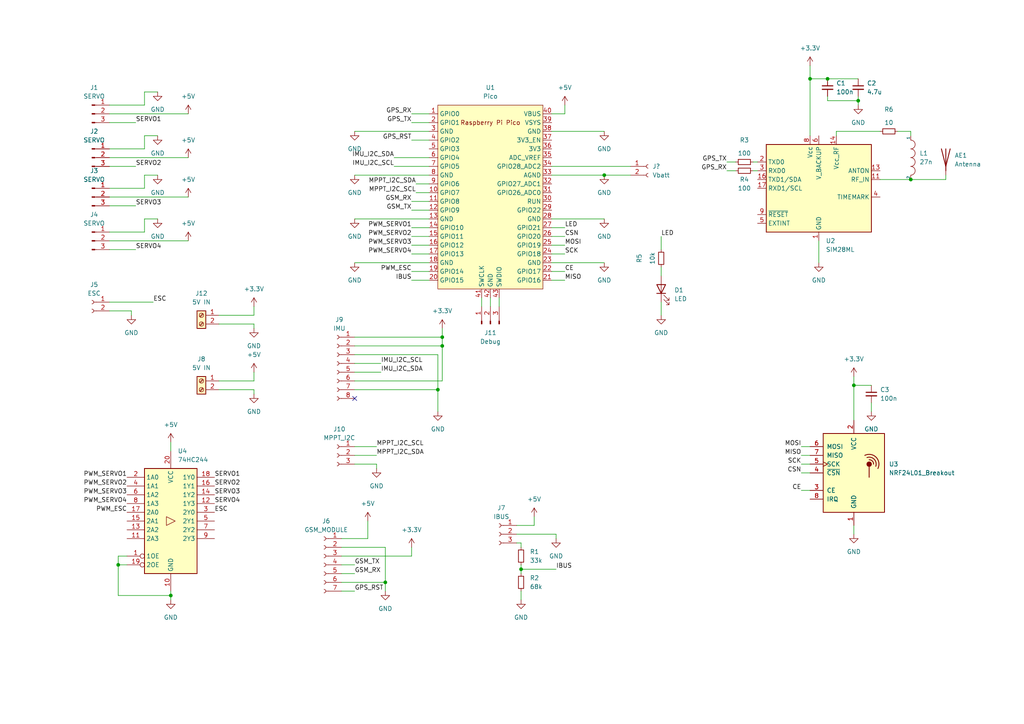
<source format=kicad_sch>
(kicad_sch (version 20211123) (generator eeschema)
  (paper "A4")
  (lib_symbols
    (symbol "74xx:74HC244"
      (property "Reference" "U" (at -7.62 16.51 0))
      (property "Value" "74HC244" (at -7.62 -16.51 0))
      (symbol "74HC244_1_0"
        (polyline (pts (xy 1.27 0) (xy -1.27 1.27) (xy -1.27 -1.27) (xy 1.27 0)) (stroke (width 0.1524)))
        (pin input inverted (at -12.7 -10.16 0) (length 5.08) (name "1OE") (number "1"))
        (pin power_in line (at 0 -20.32 90) (length 5.08) (name "GND") (number "10"))
        (pin input line (at -12.7 -5.08 0) (length 5.08) (name "2A3") (number "11"))
        (pin tri_state line (at 12.7 5.08 180) (length 5.08) (name "1Y3") (number "12"))
        (pin input line (at -12.7 -2.54 0) (length 5.08) (name "2A2") (number "13"))
        (pin tri_state line (at 12.7 7.62 180) (length 5.08) (name "1Y2") (number "14"))
        (pin input line (at -12.7 0 0) (length 5.08) (name "2A1") (number "15"))
        (pin tri_state line (at 12.7 10.16 180) (length 5.08) (name "1Y1") (number "16"))
        (pin input line (at -12.7 2.54 0) (length 5.08) (name "2A0") (number "17"))
        (pin tri_state line (at 12.7 12.7 180) (length 5.08) (name "1Y0") (number "18"))
        (pin input inverted (at -12.7 -12.7 0) (length 5.08) (name "2OE") (number "19"))
        (pin input line (at -12.7 12.7 0) (length 5.08) (name "1A0") (number "2"))
        (pin power_in line (at 0 20.32 270) (length 5.08) (name "VCC") (number "20"))
        (pin tri_state line (at 12.7 2.54 180) (length 5.08) (name "2Y0") (number "3"))
        (pin input line (at -12.7 10.16 0) (length 5.08) (name "1A1") (number "4"))
        (pin tri_state line (at 12.7 0 180) (length 5.08) (name "2Y1") (number "5"))
        (pin input line (at -12.7 7.62 0) (length 5.08) (name "1A2") (number "6"))
        (pin tri_state line (at 12.7 -2.54 180) (length 5.08) (name "2Y2") (number "7"))
        (pin input line (at -12.7 5.08 0) (length 5.08) (name "1A3") (number "8"))
        (pin tri_state line (at 12.7 -5.08 180) (length 5.08) (name "2Y3") (number "9"))
      )
      (symbol "74HC244_1_1"
        (rectangle (start -7.62 15.24) (end 7.62 -15.24) (stroke (width 0.254)) (fill (type background)))
      )
    )
    (symbol "Connector:Conn_01x02_Female" (pin_names (offset 1.016) hide)
      (property "Reference" "J" (at 0 2.54 0))
      (property "Value" "Conn_01x02_Female" (at 0 -5.08 0))
      (symbol "Conn_01x02_Female_1_1"
        (arc (start 0 -2.032) (mid -0.508 -2.54) (end 0 -3.048) (stroke (width 0.1524)))
        (polyline (pts (xy -1.27 -2.54) (xy -0.508 -2.54)) (stroke (width 0.1524)))
        (polyline (pts (xy -1.27 0) (xy -0.508 0)) (stroke (width 0.1524)))
        (arc (start 0 0.508) (mid -0.508 0) (end 0 -0.508) (stroke (width 0.1524)))
        (pin passive line (at -5.08 0 0) (length 3.81) (name "Pin_1") (number "1"))
        (pin passive line (at -5.08 -2.54 0) (length 3.81) (name "Pin_2") (number "2"))
      )
    )
    (symbol "Connector:Conn_01x03_Female" (pin_names (offset 1.016) hide)
      (property "Reference" "J" (at 0 5.08 0))
      (property "Value" "Conn_01x03_Female" (at 0 -5.08 0))
      (symbol "Conn_01x03_Female_1_1"
        (arc (start 0 -2.032) (mid -0.508 -2.54) (end 0 -3.048) (stroke (width 0.1524)))
        (polyline (pts (xy -1.27 -2.54) (xy -0.508 -2.54)) (stroke (width 0.1524)))
        (polyline (pts (xy -1.27 0) (xy -0.508 0)) (stroke (width 0.1524)))
        (polyline (pts (xy -1.27 2.54) (xy -0.508 2.54)) (stroke (width 0.1524)))
        (arc (start 0 0.508) (mid -0.508 0) (end 0 -0.508) (stroke (width 0.1524)))
        (arc (start 0 3.048) (mid -0.508 2.54) (end 0 2.032) (stroke (width 0.1524)))
        (pin passive line (at -5.08 2.54 0) (length 3.81) (name "Pin_1") (number "1"))
        (pin passive line (at -5.08 0 0) (length 3.81) (name "Pin_2") (number "2"))
        (pin passive line (at -5.08 -2.54 0) (length 3.81) (name "Pin_3") (number "3"))
      )
    )
    (symbol "Connector:Conn_01x03_Male" (pin_names (offset 1.016) hide)
      (property "Reference" "J" (at 0 5.08 0))
      (property "Value" "Conn_01x03_Male" (at 0 -5.08 0))
      (symbol "Conn_01x03_Male_1_1"
        (polyline (pts (xy 1.27 -2.54) (xy 0.8636 -2.54)) (stroke (width 0.1524)))
        (polyline (pts (xy 1.27 0) (xy 0.8636 0)) (stroke (width 0.1524)))
        (polyline (pts (xy 1.27 2.54) (xy 0.8636 2.54)) (stroke (width 0.1524)))
        (rectangle (start 0.8636 -2.413) (end 0 -2.667) (stroke (width 0.1524)) (fill (type outline)))
        (rectangle (start 0.8636 0.127) (end 0 -0.127) (stroke (width 0.1524)) (fill (type outline)))
        (rectangle (start 0.8636 2.667) (end 0 2.413) (stroke (width 0.1524)) (fill (type outline)))
        (pin passive line (at 5.08 2.54 180) (length 3.81) (name "Pin_1") (number "1"))
        (pin passive line (at 5.08 0 180) (length 3.81) (name "Pin_2") (number "2"))
        (pin passive line (at 5.08 -2.54 180) (length 3.81) (name "Pin_3") (number "3"))
      )
    )
    (symbol "Connector:Conn_01x07_Female" (pin_names (offset 1.016) hide)
      (property "Reference" "J" (at 0 10.16 0))
      (property "Value" "Conn_01x07_Female" (at 0 -10.16 0))
      (symbol "Conn_01x07_Female_1_1"
        (arc (start 0 -7.112) (mid -0.508 -7.62) (end 0 -8.128) (stroke (width 0.1524)))
        (arc (start 0 -4.572) (mid -0.508 -5.08) (end 0 -5.588) (stroke (width 0.1524)))
        (arc (start 0 -2.032) (mid -0.508 -2.54) (end 0 -3.048) (stroke (width 0.1524)))
        (polyline (pts (xy -1.27 -7.62) (xy -0.508 -7.62)) (stroke (width 0.1524)))
        (polyline (pts (xy -1.27 -5.08) (xy -0.508 -5.08)) (stroke (width 0.1524)))
        (polyline (pts (xy -1.27 -2.54) (xy -0.508 -2.54)) (stroke (width 0.1524)))
        (polyline (pts (xy -1.27 0) (xy -0.508 0)) (stroke (width 0.1524)))
        (polyline (pts (xy -1.27 2.54) (xy -0.508 2.54)) (stroke (width 0.1524)))
        (polyline (pts (xy -1.27 5.08) (xy -0.508 5.08)) (stroke (width 0.1524)))
        (polyline (pts (xy -1.27 7.62) (xy -0.508 7.62)) (stroke (width 0.1524)))
        (arc (start 0 0.508) (mid -0.508 0) (end 0 -0.508) (stroke (width 0.1524)))
        (arc (start 0 3.048) (mid -0.508 2.54) (end 0 2.032) (stroke (width 0.1524)))
        (arc (start 0 5.588) (mid -0.508 5.08) (end 0 4.572) (stroke (width 0.1524)))
        (arc (start 0 8.128) (mid -0.508 7.62) (end 0 7.112) (stroke (width 0.1524)))
        (pin passive line (at -5.08 7.62 0) (length 3.81) (name "Pin_1") (number "1"))
        (pin passive line (at -5.08 5.08 0) (length 3.81) (name "Pin_2") (number "2"))
        (pin passive line (at -5.08 2.54 0) (length 3.81) (name "Pin_3") (number "3"))
        (pin passive line (at -5.08 0 0) (length 3.81) (name "Pin_4") (number "4"))
        (pin passive line (at -5.08 -2.54 0) (length 3.81) (name "Pin_5") (number "5"))
        (pin passive line (at -5.08 -5.08 0) (length 3.81) (name "Pin_6") (number "6"))
        (pin passive line (at -5.08 -7.62 0) (length 3.81) (name "Pin_7") (number "7"))
      )
    )
    (symbol "Connector:Conn_01x08_Female" (pin_names (offset 1.016) hide)
      (property "Reference" "J" (at 0 10.16 0))
      (property "Value" "Conn_01x08_Female" (at 0 -12.7 0))
      (symbol "Conn_01x08_Female_1_1"
        (arc (start 0 -9.652) (mid -0.508 -10.16) (end 0 -10.668) (stroke (width 0.1524)))
        (arc (start 0 -7.112) (mid -0.508 -7.62) (end 0 -8.128) (stroke (width 0.1524)))
        (arc (start 0 -4.572) (mid -0.508 -5.08) (end 0 -5.588) (stroke (width 0.1524)))
        (arc (start 0 -2.032) (mid -0.508 -2.54) (end 0 -3.048) (stroke (width 0.1524)))
        (polyline (pts (xy -1.27 -10.16) (xy -0.508 -10.16)) (stroke (width 0.1524)))
        (polyline (pts (xy -1.27 -7.62) (xy -0.508 -7.62)) (stroke (width 0.1524)))
        (polyline (pts (xy -1.27 -5.08) (xy -0.508 -5.08)) (stroke (width 0.1524)))
        (polyline (pts (xy -1.27 -2.54) (xy -0.508 -2.54)) (stroke (width 0.1524)))
        (polyline (pts (xy -1.27 0) (xy -0.508 0)) (stroke (width 0.1524)))
        (polyline (pts (xy -1.27 2.54) (xy -0.508 2.54)) (stroke (width 0.1524)))
        (polyline (pts (xy -1.27 5.08) (xy -0.508 5.08)) (stroke (width 0.1524)))
        (polyline (pts (xy -1.27 7.62) (xy -0.508 7.62)) (stroke (width 0.1524)))
        (arc (start 0 0.508) (mid -0.508 0) (end 0 -0.508) (stroke (width 0.1524)))
        (arc (start 0 3.048) (mid -0.508 2.54) (end 0 2.032) (stroke (width 0.1524)))
        (arc (start 0 5.588) (mid -0.508 5.08) (end 0 4.572) (stroke (width 0.1524)))
        (arc (start 0 8.128) (mid -0.508 7.62) (end 0 7.112) (stroke (width 0.1524)))
        (pin passive line (at -5.08 7.62 0) (length 3.81) (name "Pin_1") (number "1"))
        (pin passive line (at -5.08 5.08 0) (length 3.81) (name "Pin_2") (number "2"))
        (pin passive line (at -5.08 2.54 0) (length 3.81) (name "Pin_3") (number "3"))
        (pin passive line (at -5.08 0 0) (length 3.81) (name "Pin_4") (number "4"))
        (pin passive line (at -5.08 -2.54 0) (length 3.81) (name "Pin_5") (number "5"))
        (pin passive line (at -5.08 -5.08 0) (length 3.81) (name "Pin_6") (number "6"))
        (pin passive line (at -5.08 -7.62 0) (length 3.81) (name "Pin_7") (number "7"))
        (pin passive line (at -5.08 -10.16 0) (length 3.81) (name "Pin_8") (number "8"))
      )
    )
    (symbol "Connector:Screw_Terminal_01x02" (pin_names (offset 1.016) hide)
      (property "Reference" "J" (at 0 2.54 0))
      (property "Value" "Screw_Terminal_01x02" (at 0 -5.08 0))
      (symbol "Screw_Terminal_01x02_1_1"
        (rectangle (start -1.27 1.27) (end 1.27 -3.81) (stroke (width 0.254)) (fill (type background)))
        (circle (center 0 -2.54) (radius 0.635) (stroke (width 0.1524)))
        (polyline (pts (xy -0.5334 -2.2098) (xy 0.3302 -3.048)) (stroke (width 0.1524)))
        (polyline (pts (xy -0.5334 0.3302) (xy 0.3302 -0.508)) (stroke (width 0.1524)))
        (polyline (pts (xy -0.3556 -2.032) (xy 0.508 -2.8702)) (stroke (width 0.1524)))
        (polyline (pts (xy -0.3556 0.508) (xy 0.508 -0.3302)) (stroke (width 0.1524)))
        (circle (center 0 0) (radius 0.635) (stroke (width 0.1524)))
        (pin passive line (at -5.08 0 0) (length 3.81) (name "Pin_1") (number "1"))
        (pin passive line (at -5.08 -2.54 0) (length 3.81) (name "Pin_2") (number "2"))
      )
    )
    (symbol "Device:Antenna" (pin_numbers hide) (pin_names (offset 1.016) hide)
      (property "Reference" "AE" (at -1.905 1.905 0))
      (property "Value" "Antenna" (at -1.905 0 0))
      (symbol "Antenna_0_1"
        (polyline (pts (xy 0 2.54) (xy 0 -3.81)) (stroke (width 0.254)))
        (polyline (pts (xy 1.27 2.54) (xy 0 -2.54) (xy -1.27 2.54)) (stroke (width 0.254)))
      )
      (symbol "Antenna_1_1"
        (pin input line (at 0 -5.08 90) (length 2.54) (name "A") (number "1"))
      )
    )
    (symbol "Device:C_Small" (pin_numbers hide) (pin_names (offset 0.254) hide)
      (property "Reference" "C" (at 0.254 1.778 0))
      (property "Value" "C_Small" (at 0.254 -2.032 0))
      (symbol "C_Small_0_1"
        (polyline (pts (xy -1.524 -0.508) (xy 1.524 -0.508)) (stroke (width 0.3302)))
        (polyline (pts (xy -1.524 0.508) (xy 1.524 0.508)) (stroke (width 0.3048)))
      )
      (symbol "C_Small_1_1"
        (pin passive line (at 0 2.54 270) (length 2.032) (name "~") (number "1"))
        (pin passive line (at 0 -2.54 90) (length 2.032) (name "~") (number "2"))
      )
    )
    (symbol "Device:LED" (pin_numbers hide) (pin_names (offset 1.016) hide)
      (property "Reference" "D" (at 0 2.54 0))
      (property "Value" "LED" (at 0 -2.54 0))
      (symbol "LED_0_1"
        (polyline (pts (xy -1.27 -1.27) (xy -1.27 1.27)) (stroke (width 0.254)))
        (polyline (pts (xy -1.27 0) (xy 1.27 0)))
        (polyline (pts (xy 1.27 -1.27) (xy 1.27 1.27) (xy -1.27 0) (xy 1.27 -1.27)) (stroke (width 0.254)))
        (polyline (pts (xy -3.048 -0.762) (xy -4.572 -2.286) (xy -3.81 -2.286) (xy -4.572 -2.286) (xy -4.572 -1.524)))
        (polyline (pts (xy -1.778 -0.762) (xy -3.302 -2.286) (xy -2.54 -2.286) (xy -3.302 -2.286) (xy -3.302 -1.524)))
      )
      (symbol "LED_1_1"
        (pin passive line (at -3.81 0 0) (length 2.54) (name "K") (number "1"))
        (pin passive line (at 3.81 0 180) (length 2.54) (name "A") (number "2"))
      )
    )
    (symbol "Device:R_Small" (pin_numbers hide) (pin_names (offset 0.254) hide)
      (property "Reference" "R" (at 0.762 0.508 0))
      (property "Value" "R_Small" (at 0.762 -1.016 0))
      (symbol "R_Small_0_1"
        (rectangle (start -0.762 1.778) (end 0.762 -1.778) (stroke (width 0.2032)))
      )
      (symbol "R_Small_1_1"
        (pin passive line (at 0 2.54 270) (length 0.762) (name "~") (number "1"))
        (pin passive line (at 0 -2.54 90) (length 0.762) (name "~") (number "2"))
      )
    )
    (symbol "MCU_RaspberryPi_and_Boards:Pico"
      (property "Reference" "U" (at -13.97 27.94 0))
      (property "Value" "Pico" (at 0 19.05 0))
      (symbol "Pico_0_0"
        (text "Raspberry Pi Pico" (at 0 21.59 0) (effects (font (size 1.27 1.27))))
      )
      (symbol "Pico_0_1"
        (rectangle (start -15.24 26.67) (end 15.24 -26.67) (fill (type background)))
      )
      (symbol "Pico_1_1"
        (pin bidirectional line (at -17.78 24.13 0) (length 2.54) (name "GPIO0") (number "1"))
        (pin bidirectional line (at -17.78 1.27 0) (length 2.54) (name "GPIO7") (number "10"))
        (pin bidirectional line (at -17.78 -1.27 0) (length 2.54) (name "GPIO8") (number "11"))
        (pin bidirectional line (at -17.78 -3.81 0) (length 2.54) (name "GPIO9") (number "12"))
        (pin power_in line (at -17.78 -6.35 0) (length 2.54) (name "GND") (number "13"))
        (pin bidirectional line (at -17.78 -8.89 0) (length 2.54) (name "GPIO10") (number "14"))
        (pin bidirectional line (at -17.78 -11.43 0) (length 2.54) (name "GPIO11") (number "15"))
        (pin bidirectional line (at -17.78 -13.97 0) (length 2.54) (name "GPIO12") (number "16"))
        (pin bidirectional line (at -17.78 -16.51 0) (length 2.54) (name "GPIO13") (number "17"))
        (pin power_in line (at -17.78 -19.05 0) (length 2.54) (name "GND") (number "18"))
        (pin bidirectional line (at -17.78 -21.59 0) (length 2.54) (name "GPIO14") (number "19"))
        (pin bidirectional line (at -17.78 21.59 0) (length 2.54) (name "GPIO1") (number "2"))
        (pin bidirectional line (at -17.78 -24.13 0) (length 2.54) (name "GPIO15") (number "20"))
        (pin bidirectional line (at 17.78 -24.13 180) (length 2.54) (name "GPIO16") (number "21"))
        (pin bidirectional line (at 17.78 -21.59 180) (length 2.54) (name "GPIO17") (number "22"))
        (pin power_in line (at 17.78 -19.05 180) (length 2.54) (name "GND") (number "23"))
        (pin bidirectional line (at 17.78 -16.51 180) (length 2.54) (name "GPIO18") (number "24"))
        (pin bidirectional line (at 17.78 -13.97 180) (length 2.54) (name "GPIO19") (number "25"))
        (pin bidirectional line (at 17.78 -11.43 180) (length 2.54) (name "GPIO20") (number "26"))
        (pin bidirectional line (at 17.78 -8.89 180) (length 2.54) (name "GPIO21") (number "27"))
        (pin power_in line (at 17.78 -6.35 180) (length 2.54) (name "GND") (number "28"))
        (pin bidirectional line (at 17.78 -3.81 180) (length 2.54) (name "GPIO22") (number "29"))
        (pin power_in line (at -17.78 19.05 0) (length 2.54) (name "GND") (number "3"))
        (pin input line (at 17.78 -1.27 180) (length 2.54) (name "RUN") (number "30"))
        (pin bidirectional line (at 17.78 1.27 180) (length 2.54) (name "GPIO26_ADC0") (number "31"))
        (pin bidirectional line (at 17.78 3.81 180) (length 2.54) (name "GPIO27_ADC1") (number "32"))
        (pin power_in line (at 17.78 6.35 180) (length 2.54) (name "AGND") (number "33"))
        (pin bidirectional line (at 17.78 8.89 180) (length 2.54) (name "GPIO28_ADC2") (number "34"))
        (pin power_in line (at 17.78 11.43 180) (length 2.54) (name "ADC_VREF") (number "35"))
        (pin power_in line (at 17.78 13.97 180) (length 2.54) (name "3V3") (number "36"))
        (pin input line (at 17.78 16.51 180) (length 2.54) (name "3V3_EN") (number "37"))
        (pin bidirectional line (at 17.78 19.05 180) (length 2.54) (name "GND") (number "38"))
        (pin power_in line (at 17.78 21.59 180) (length 2.54) (name "VSYS") (number "39"))
        (pin bidirectional line (at -17.78 16.51 0) (length 2.54) (name "GPIO2") (number "4"))
        (pin power_in line (at 17.78 24.13 180) (length 2.54) (name "VBUS") (number "40"))
        (pin input line (at -2.54 -29.21 90) (length 2.54) (name "SWCLK") (number "41"))
        (pin power_in line (at 0 -29.21 90) (length 2.54) (name "GND") (number "42"))
        (pin bidirectional line (at 2.54 -29.21 90) (length 2.54) (name "SWDIO") (number "43"))
        (pin bidirectional line (at -17.78 13.97 0) (length 2.54) (name "GPIO3") (number "5"))
        (pin bidirectional line (at -17.78 11.43 0) (length 2.54) (name "GPIO4") (number "6"))
        (pin bidirectional line (at -17.78 8.89 0) (length 2.54) (name "GPIO5") (number "7"))
        (pin power_in line (at -17.78 6.35 0) (length 2.54) (name "GND") (number "8"))
        (pin bidirectional line (at -17.78 3.81 0) (length 2.54) (name "GPIO6") (number "9"))
      )
    )
    (symbol "RF:NRF24L01_Breakout" (pin_names (offset 1.016))
      (property "Reference" "U" (at -8.89 12.7 0))
      (property "Value" "NRF24L01_Breakout" (at 3.81 12.7 0))
      (symbol "NRF24L01_Breakout_0_1"
        (rectangle (start -8.89 11.43) (end 8.89 -11.43) (stroke (width 0.254)) (fill (type background)))
        (polyline (pts (xy 4.445 1.905) (xy 4.445 -1.27)) (stroke (width 0.254)))
        (circle (center 4.445 2.54) (radius 0.635) (stroke (width 0.254)) (fill (type outline)))
        (arc (start 5.715 2.54) (mid 5.3521 3.4546) (end 4.445 3.81) (stroke (width 0.254)))
        (arc (start 6.35 1.905) (mid 5.8763 3.9854) (end 3.81 4.445) (stroke (width 0.254)))
        (arc (start 6.985 1.27) (mid 6.453 4.548) (end 3.175 5.08) (stroke (width 0.254)))
      )
      (symbol "NRF24L01_Breakout_1_1"
        (pin power_in line (at 0 -15.24 90) (length 3.81) (name "GND") (number "1"))
        (pin power_in line (at 0 15.24 270) (length 3.81) (name "VCC") (number "2"))
        (pin input line (at -12.7 -5.08 0) (length 3.81) (name "CE") (number "3"))
        (pin input line (at -12.7 0 0) (length 3.81) (name "~{CSN}") (number "4"))
        (pin input clock (at -12.7 2.54 0) (length 3.81) (name "SCK") (number "5"))
        (pin input line (at -12.7 7.62 0) (length 3.81) (name "MOSI") (number "6"))
        (pin output line (at -12.7 5.08 0) (length 3.81) (name "MISO") (number "7"))
        (pin output line (at -12.7 -7.62 0) (length 3.81) (name "IRQ") (number "8"))
      )
    )
    (symbol "RF_GPS:SIM28ML"
      (property "Reference" "U" (at -13.97 13.97 0))
      (property "Value" "SIM28ML" (at 11.43 13.97 0))
      (symbol "SIM28ML_0_1"
        (rectangle (start -15.24 12.7) (end 15.24 -12.7) (stroke (width 0.254)) (fill (type background)))
      )
      (symbol "SIM28ML_1_1"
        (pin power_in line (at 0 -15.24 90) (length 2.54) (name "GND") (number "1"))
        (pin passive line (at 0 -15.24 90) (length 2.54) hide (name "GND") (number "10"))
        (pin input line (at 17.78 2.54 180) (length 2.54) (name "RF_IN") (number "11"))
        (pin passive line (at 0 -15.24 90) (length 2.54) hide (name "GND") (number "12"))
        (pin power_out line (at 17.78 5.08 180) (length 2.54) (name "ANTON") (number "13"))
        (pin power_out line (at 5.08 15.24 270) (length 2.54) (name "Vcc_RF") (number "14"))
        (pin no_connect line (at 15.24 -7.62 180) (length 2.54) hide (name "NC") (number "15"))
        (pin bidirectional line (at -17.78 2.54 0) (length 2.54) (name "TXD1/SDA") (number "16"))
        (pin input line (at -17.78 0 0) (length 2.54) (name "RXD1/SCL") (number "17"))
        (pin no_connect line (at 15.24 -10.16 180) (length 2.54) hide (name "NC") (number "18"))
        (pin output line (at -17.78 7.62 0) (length 2.54) (name "TXD0") (number "2"))
        (pin input line (at -17.78 5.08 0) (length 2.54) (name "RXD0") (number "3"))
        (pin output line (at 17.78 -2.54 180) (length 2.54) (name "TIMEMARK") (number "4"))
        (pin input line (at -17.78 -10.16 0) (length 2.54) (name "EXTINT") (number "5"))
        (pin power_in line (at 0 15.24 270) (length 2.54) (name "V_BACKUP") (number "6"))
        (pin no_connect line (at 15.24 -5.08 180) (length 2.54) hide (name "NC") (number "7"))
        (pin power_in line (at -2.54 15.24 270) (length 2.54) (name "Vcc") (number "8"))
        (pin input line (at -17.78 -7.62 0) (length 2.54) (name "~{RESET}") (number "9"))
      )
    )
    (symbol "power:+3.3V" (power) (pin_names (offset 0))
      (property "Value" "+3.3V" (at 0 3.556 0))
      (symbol "+3.3V_0_1"
        (polyline (pts (xy -0.762 1.27) (xy 0 2.54)))
        (polyline (pts (xy 0 0) (xy 0 2.54)))
        (polyline (pts (xy 0 2.54) (xy 0.762 1.27)))
      )
      (symbol "+3.3V_1_1"
        (pin power_in line (at 0 0 90) (length 0) hide (name "+3.3V") (number "1"))
      )
    )
    (symbol "power:+5V" (power) (pin_names (offset 0))
      (property "Value" "+5V" (at 0 3.556 0))
      (symbol "+5V_0_1"
        (polyline (pts (xy -0.762 1.27) (xy 0 2.54)))
        (polyline (pts (xy 0 0) (xy 0 2.54)))
        (polyline (pts (xy 0 2.54) (xy 0.762 1.27)))
      )
      (symbol "+5V_1_1"
        (pin power_in line (at 0 0 90) (length 0) hide (name "+5V") (number "1"))
      )
    )
    (symbol "power:GND" (power) (pin_names (offset 0))
      (property "Value" "GND" (at 0 -3.81 0))
      (symbol "GND_0_1"
        (polyline (pts (xy 0 0) (xy 0 -1.27) (xy 1.27 -1.27) (xy 0 -2.54) (xy -1.27 -1.27) (xy 0 -1.27)))
      )
      (symbol "GND_1_1"
        (pin power_in line (at 0 0 270) (length 0) hide (name "GND") (number "1"))
      )
    )
    (symbol "pspice:INDUCTOR" (pin_numbers hide) (pin_names (offset 0))
      (property "Reference" "L" (at 0 2.54 0))
      (property "Value" "INDUCTOR" (at 0 -1.27 0))
      (symbol "INDUCTOR_0_1"
        (arc (start -2.54 0) (mid -3.81 1.27) (end -5.08 0))
        (arc (start 0 0) (mid -1.27 1.27) (end -2.54 0))
        (arc (start 2.54 0) (mid 1.27 1.27) (end 0 0))
        (arc (start 5.08 0) (mid 3.81 1.27) (end 2.54 0))
      )
      (symbol "INDUCTOR_1_1"
        (pin input line (at -6.35 0 0) (length 1.27) (name "1") (number "1"))
        (pin input line (at 6.35 0 180) (length 1.27) (name "2") (number "2"))
      )
    )
  )
  (junction (at 264.16 52.07))
  (junction (at 240.03 22.86))
  (junction (at 127 113.03))
  (junction (at 248.92 29.21))
  (junction (at 128.27 100.33))
  (junction (at 49.53 172.72))
  (junction (at 234.95 22.86))
  (junction (at 151.13 165.1))
  (junction (at 247.65 111.76))
  (junction (at 34.29 163.83))
  (junction (at 175.26 50.8))
  (junction (at 128.27 97.79))
  (junction (at 111.76 168.91))
  (no_connect (at 102.87 115.57))
  (wire (pts (xy 102.87 132.08) (xy 109.22 132.08)))
  (wire (pts (xy 127 119.38) (xy 127 113.03)))
  (wire (pts (xy 99.06 158.75) (xy 111.76 158.75)))
  (wire (pts (xy 160.02 76.2) (xy 175.26 76.2)))
  (wire (pts (xy 163.83 30.48) (xy 163.83 33.02)))
  (wire (pts (xy 128.27 95.25) (xy 128.27 97.79)))
  (wire (pts (xy 49.53 172.72) (xy 49.53 173.99)))
  (wire (pts (xy 41.91 26.67) (xy 45.72 26.67)))
  (wire (pts (xy 34.29 163.83) (xy 34.29 172.72)))
  (wire (pts (xy 111.76 158.75) (xy 111.76 168.91)))
  (wire (pts (xy 210.82 46.99) (xy 213.36 46.99)))
  (wire (pts (xy 102.87 100.33) (xy 128.27 100.33)))
  (wire (pts (xy 34.29 163.83) (xy 36.83 163.83)))
  (wire (pts (xy 31.75 30.48) (xy 41.91 30.48)))
  (wire (pts (xy 102.87 129.54) (xy 109.22 129.54)))
  (wire (pts (xy 151.13 165.1) (xy 151.13 166.37)))
  (wire (pts (xy 102.87 110.49) (xy 128.27 110.49)))
  (wire (pts (xy 247.65 152.4) (xy 247.65 154.94)))
  (wire (pts (xy 119.38 40.64) (xy 124.46 40.64)))
  (wire (pts (xy 31.75 48.26) (xy 39.37 48.26)))
  (wire (pts (xy 144.78 86.36) (xy 144.78 88.9)))
  (wire (pts (xy 34.29 172.72) (xy 49.53 172.72)))
  (wire (pts (xy 264.16 52.07) (xy 274.32 52.07)))
  (wire (pts (xy 49.53 128.27) (xy 49.53 130.81)))
  (wire (pts (xy 247.65 111.76) (xy 247.65 109.22)))
  (wire (pts (xy 160.02 63.5) (xy 175.26 63.5)))
  (wire (pts (xy 120.65 53.34) (xy 124.46 53.34)))
  (wire (pts (xy 120.65 55.88) (xy 124.46 55.88)))
  (wire (pts (xy 232.41 129.54) (xy 234.95 129.54)))
  (wire (pts (xy 119.38 73.66) (xy 124.46 73.66)))
  (wire (pts (xy 151.13 171.45) (xy 151.13 173.99)))
  (wire (pts (xy 161.29 156.21) (xy 161.29 154.94)))
  (wire (pts (xy 31.75 67.31) (xy 41.91 67.31)))
  (wire (pts (xy 124.46 78.74) (xy 119.38 78.74)))
  (wire (pts (xy 31.75 59.69) (xy 39.37 59.69)))
  (wire (pts (xy 119.38 58.42) (xy 124.46 58.42)))
  (wire (pts (xy 175.26 50.8) (xy 182.88 50.8)))
  (wire (pts (xy 63.5 91.44) (xy 73.66 91.44)))
  (wire (pts (xy 234.95 22.86) (xy 234.95 39.37)))
  (wire (pts (xy 128.27 100.33) (xy 128.27 110.49)))
  (wire (pts (xy 102.87 107.95) (xy 110.49 107.95)))
  (wire (pts (xy 242.57 38.1) (xy 255.27 38.1)))
  (wire (pts (xy 128.27 97.79) (xy 128.27 100.33)))
  (wire (pts (xy 151.13 165.1) (xy 161.29 165.1)))
  (wire (pts (xy 160.02 66.04) (xy 163.83 66.04)))
  (wire (pts (xy 160.02 73.66) (xy 163.83 73.66)))
  (wire (pts (xy 191.77 87.63) (xy 191.77 91.44)))
  (wire (pts (xy 106.68 156.21) (xy 99.06 156.21)))
  (wire (pts (xy 139.7 86.36) (xy 139.7 88.9)))
  (wire (pts (xy 264.16 38.1) (xy 264.16 39.37)))
  (wire (pts (xy 102.87 76.2) (xy 124.46 76.2)))
  (wire (pts (xy 31.75 87.63) (xy 44.45 87.63)))
  (wire (pts (xy 31.75 35.56) (xy 39.37 35.56)))
  (wire (pts (xy 248.92 30.48) (xy 248.92 29.21)))
  (wire (pts (xy 142.24 86.36) (xy 142.24 88.9)))
  (wire (pts (xy 218.44 46.99) (xy 219.71 46.99)))
  (wire (pts (xy 232.41 132.08) (xy 234.95 132.08)))
  (wire (pts (xy 255.27 52.07) (xy 264.16 52.07)))
  (wire (pts (xy 73.66 114.3) (xy 73.66 113.03)))
  (wire (pts (xy 232.41 134.62) (xy 234.95 134.62)))
  (wire (pts (xy 232.41 142.24) (xy 234.95 142.24)))
  (wire (pts (xy 31.75 69.85) (xy 54.61 69.85)))
  (wire (pts (xy 247.65 111.76) (xy 247.65 121.92)))
  (wire (pts (xy 99.06 161.29) (xy 119.38 161.29)))
  (wire (pts (xy 119.38 35.56) (xy 124.46 35.56)))
  (wire (pts (xy 191.77 68.58) (xy 191.77 72.39)))
  (wire (pts (xy 102.87 105.41) (xy 110.49 105.41)))
  (wire (pts (xy 252.73 111.76) (xy 247.65 111.76)))
  (wire (pts (xy 160.02 81.28) (xy 163.83 81.28)))
  (wire (pts (xy 106.68 151.13) (xy 106.68 156.21)))
  (wire (pts (xy 41.91 39.37) (xy 45.72 39.37)))
  (wire (pts (xy 149.86 157.48) (xy 151.13 157.48)))
  (wire (pts (xy 160.02 38.1) (xy 175.26 38.1)))
  (wire (pts (xy 99.06 166.37) (xy 102.87 166.37)))
  (wire (pts (xy 160.02 68.58) (xy 163.83 68.58)))
  (wire (pts (xy 218.44 49.53) (xy 219.71 49.53)))
  (wire (pts (xy 242.57 38.1) (xy 242.57 39.37)))
  (wire (pts (xy 127 113.03) (xy 127 102.87)))
  (wire (pts (xy 232.41 137.16) (xy 234.95 137.16)))
  (wire (pts (xy 210.82 49.53) (xy 213.36 49.53)))
  (wire (pts (xy 151.13 163.83) (xy 151.13 165.1)))
  (wire (pts (xy 114.3 48.26) (xy 124.46 48.26)))
  (wire (pts (xy 63.5 113.03) (xy 73.66 113.03)))
  (wire (pts (xy 102.87 50.8) (xy 124.46 50.8)))
  (wire (pts (xy 119.38 66.04) (xy 124.46 66.04)))
  (wire (pts (xy 119.38 81.28) (xy 124.46 81.28)))
  (wire (pts (xy 237.49 69.85) (xy 237.49 76.2)))
  (wire (pts (xy 260.35 38.1) (xy 264.16 38.1)))
  (wire (pts (xy 63.5 93.98) (xy 73.66 93.98)))
  (wire (pts (xy 36.83 161.29) (xy 34.29 161.29)))
  (wire (pts (xy 252.73 116.84) (xy 252.73 119.38)))
  (wire (pts (xy 151.13 157.48) (xy 151.13 158.75)))
  (wire (pts (xy 119.38 68.58) (xy 124.46 68.58)))
  (wire (pts (xy 248.92 29.21) (xy 248.92 27.94)))
  (wire (pts (xy 240.03 22.86) (xy 248.92 22.86)))
  (wire (pts (xy 41.91 30.48) (xy 41.91 26.67)))
  (wire (pts (xy 41.91 50.8) (xy 45.72 50.8)))
  (wire (pts (xy 99.06 163.83) (xy 102.87 163.83)))
  (wire (pts (xy 274.32 50.8) (xy 274.32 52.07)))
  (wire (pts (xy 119.38 158.75) (xy 119.38 161.29)))
  (wire (pts (xy 119.38 33.02) (xy 124.46 33.02)))
  (wire (pts (xy 31.75 45.72) (xy 54.61 45.72)))
  (wire (pts (xy 31.75 43.18) (xy 41.91 43.18)))
  (wire (pts (xy 160.02 71.12) (xy 163.83 71.12)))
  (wire (pts (xy 119.38 71.12) (xy 124.46 71.12)))
  (wire (pts (xy 31.75 54.61) (xy 41.91 54.61)))
  (wire (pts (xy 102.87 97.79) (xy 128.27 97.79)))
  (wire (pts (xy 102.87 102.87) (xy 127 102.87)))
  (wire (pts (xy 102.87 38.1) (xy 124.46 38.1)))
  (wire (pts (xy 73.66 107.95) (xy 73.66 110.49)))
  (wire (pts (xy 149.86 154.94) (xy 161.29 154.94)))
  (wire (pts (xy 38.1 91.44) (xy 38.1 90.17)))
  (wire (pts (xy 154.94 152.4) (xy 149.86 152.4)))
  (wire (pts (xy 124.46 63.5) (xy 102.87 63.5)))
  (wire (pts (xy 234.95 19.05) (xy 234.95 22.86)))
  (wire (pts (xy 73.66 95.25) (xy 73.66 93.98)))
  (wire (pts (xy 41.91 63.5) (xy 45.72 63.5)))
  (wire (pts (xy 63.5 110.49) (xy 73.66 110.49)))
  (wire (pts (xy 160.02 48.26) (xy 182.88 48.26)))
  (wire (pts (xy 41.91 54.61) (xy 41.91 50.8)))
  (wire (pts (xy 109.22 134.62) (xy 102.87 134.62)))
  (wire (pts (xy 31.75 57.15) (xy 54.61 57.15)))
  (wire (pts (xy 111.76 168.91) (xy 111.76 171.45)))
  (wire (pts (xy 73.66 88.9) (xy 73.66 91.44)))
  (wire (pts (xy 191.77 77.47) (xy 191.77 80.01)))
  (wire (pts (xy 160.02 78.74) (xy 163.83 78.74)))
  (wire (pts (xy 160.02 33.02) (xy 163.83 33.02)))
  (wire (pts (xy 31.75 72.39) (xy 39.37 72.39)))
  (wire (pts (xy 31.75 33.02) (xy 54.61 33.02)))
  (wire (pts (xy 109.22 135.89) (xy 109.22 134.62)))
  (wire (pts (xy 160.02 50.8) (xy 175.26 50.8)))
  (wire (pts (xy 240.03 27.94) (xy 240.03 29.21)))
  (wire (pts (xy 49.53 171.45) (xy 49.53 172.72)))
  (wire (pts (xy 41.91 67.31) (xy 41.91 63.5)))
  (wire (pts (xy 240.03 29.21) (xy 248.92 29.21)))
  (wire (pts (xy 99.06 168.91) (xy 111.76 168.91)))
  (wire (pts (xy 234.95 22.86) (xy 240.03 22.86)))
  (wire (pts (xy 34.29 161.29) (xy 34.29 163.83)))
  (wire (pts (xy 154.94 149.86) (xy 154.94 152.4)))
  (wire (pts (xy 119.38 60.96) (xy 124.46 60.96)))
  (wire (pts (xy 99.06 171.45) (xy 102.87 171.45)))
  (wire (pts (xy 41.91 43.18) (xy 41.91 39.37)))
  (wire (pts (xy 102.87 113.03) (xy 127 113.03)))
  (wire (pts (xy 114.3 45.72) (xy 124.46 45.72)))
  (wire (pts (xy 38.1 90.17) (xy 31.75 90.17)))
  (label "SERVO2" (at 62.23 140.97 0))
  (label "SCK" (at 232.41 134.62 180))
  (label "PWM_ESC" (at 119.38 78.74 180))
  (label "IMU_I2C_SCL" (at 114.3 48.26 180))
  (label "SERVO3" (at 62.23 143.51 0))
  (label "CE" (at 163.83 78.74 0))
  (label "PWM_ESC" (at 36.83 148.59 180))
  (label "SERVO1" (at 39.37 35.56 0))
  (label "MPPT_I2C_SCL" (at 109.22 129.54 0))
  (label "GPS_RX" (at 119.38 33.02 180))
  (label "PWM_SERVO4" (at 119.38 73.66 180))
  (label "GSM_RX" (at 119.38 58.42 180))
  (label "GSM_TX" (at 102.87 163.83 0))
  (label "ESC" (at 44.45 87.63 0))
  (label "MISO" (at 232.41 132.08 180))
  (label "PWM_SERVO3" (at 119.38 71.12 180))
  (label "PWM_SERVO2" (at 36.83 140.97 180))
  (label "SCK" (at 163.83 73.66 0))
  (label "ESC" (at 62.23 148.59 0))
  (label "IBUS" (at 161.29 165.1 0))
  (label "SERVO4" (at 39.37 72.39 0))
  (label "GSM_RX" (at 102.87 166.37 0))
  (label "PWM_SERVO3" (at 36.83 143.51 180))
  (label "GSM_TX" (at 119.38 60.96 180))
  (label "MOSI" (at 232.41 129.54 180))
  (label "GPS_TX" (at 210.82 46.99 180))
  (label "LED" (at 163.83 66.04 0))
  (label "SERVO2" (at 39.37 48.26 0))
  (label "SERVO4" (at 62.23 146.05 0))
  (label "CSN" (at 163.83 68.58 0))
  (label "MPPT_I2C_SDA" (at 120.65 53.34 180))
  (label "PWM_SERVO2" (at 119.38 68.58 180))
  (label "GPS_TX" (at 119.38 35.56 180))
  (label "IMU_I2C_SDA" (at 114.3 45.72 180))
  (label "GPS_RST" (at 102.87 171.45 0))
  (label "CSN" (at 232.41 137.16 180))
  (label "LED" (at 191.77 68.58 0))
  (label "IMU_I2C_SCL" (at 110.49 105.41 0))
  (label "MPPT_I2C_SCL" (at 120.65 55.88 180))
  (label "MOSI" (at 163.83 71.12 0))
  (label "IBUS" (at 119.38 81.28 180))
  (label "SERVO1" (at 62.23 138.43 0))
  (label "GPS_RX" (at 210.82 49.53 180))
  (label "GPS_RST" (at 119.38 40.64 180))
  (label "PWM_SERVO4" (at 36.83 146.05 180))
  (label "PWM_SERVO1" (at 36.83 138.43 180))
  (label "CE" (at 232.41 142.24 180))
  (label "MPPT_I2C_SDA" (at 109.22 132.08 0))
  (label "SERVO3" (at 39.37 59.69 0))
  (label "IMU_I2C_SDA" (at 110.49 107.95 0))
  (label "MISO" (at 163.83 81.28 0))
  (label "PWM_SERVO1" (at 119.38 66.04 180))
  (symbol (lib_id "pspice:INDUCTOR") (at 264.16 45.72 270) (unit 1)
    (property "Reference" "L1" (at 266.7 44.4499 90) (effects (justify left)))
    (property "Value" "27n" (at 266.7 46.9899 90) (effects (justify left)))
    (property "Footprint" "Inductor_SMD:L_1210_3225Metric_Pad1.42x2.65mm_HandSolder" (effects hide))
    (property "Datasheet" "https://www.tme.eu/pl/details/1210as-027j-01/dlawiki-smd-1210/fastron/" (effects hide))
  )
  (symbol (lib_id "power:+5V") (at 73.66 107.95 0) (unit 1)
    (property "Reference" "#PWR020" (effects hide))
    (property "Value" "+5V" (at 73.66 102.87 0))
  )
  (symbol (lib_id "Connector:Screw_Terminal_01x02") (at 58.42 110.49 0) (mirror y) (unit 1)
    (property "Reference" "J8" (at 58.42 104.14 0))
    (property "Value" "5V IN" (at 58.42 106.68 0))
    (property "Footprint" "moje:ARK" (effects hide))
    (property "Datasheet" "https://www.tme.eu/pl/details/tb-5.0-p-2p/listwy-zaciskowe-do-druku/ninigi/" (effects hide))
  )
  (symbol (lib_id "Device:R_Small") (at 191.77 74.93 180) (unit 1)
    (property "Reference" "R5" (at 185.42 74.93 90))
    (property "Value" "10k" (at 189.23 74.93 90))
    (property "Footprint" "Resistor_SMD:R_1206_3216Metric_Pad1.30x1.75mm_HandSolder" (effects hide))
    (property "Datasheet" "https://www.tme.eu/pl/details/wr12x1002ftl/rezystory-smd-1206/walsin/" (effects hide))
  )
  (symbol (lib_id "power:+3.3V") (at 234.95 19.05 0) (unit 1)
    (property "Reference" "#PWR027" (effects hide))
    (property "Value" "+3.3V" (at 234.95 13.97 0))
  )
  (symbol (lib_id "Connector:Conn_01x07_Female") (at 93.98 163.83 0) (mirror y) (unit 1)
    (property "Reference" "J6" (at 94.615 151.13 0))
    (property "Value" "GSM_MODULE" (at 94.615 153.67 0))
    (property "Footprint" "Connector_PinHeader_2.54mm:PinHeader_1x07_P2.54mm_Vertical" (effects hide))
  )
  (symbol (lib_id "power:GND") (at 175.26 50.8 0) (unit 1)
    (property "Reference" "#PWR024" (effects hide))
    (property "Value" "GND" (at 175.26 55.88 0))
  )
  (symbol (lib_id "power:+5V") (at 106.68 151.13 0) (unit 1)
    (property "Reference" "#PWR012" (effects hide))
    (property "Value" "+5V" (at 106.68 146.05 0))
  )
  (symbol (lib_id "power:GND") (at 102.87 76.2 0) (unit 1)
    (property "Reference" "#PWR019" (effects hide))
    (property "Value" "GND" (at 102.87 81.28 0))
  )
  (symbol (lib_id "Device:R_Small") (at 151.13 161.29 0) (unit 1)
    (property "Reference" "R1" (at 153.67 160.0199 0) (effects (justify left)))
    (property "Value" "33k" (at 153.67 162.5599 0) (effects (justify left)))
    (property "Footprint" "Resistor_SMD:R_1206_3216Metric_Pad1.30x1.75mm_HandSolder" (effects hide))
    (property "Datasheet" "https://www.tme.eu/pl/details/smd1206-33k/rezystory-smd-1206/royal-ohm/1206s4j0333t5e/" (effects hide))
  )
  (symbol (lib_id "Connector:Conn_01x08_Female") (at 97.79 105.41 0) (mirror y) (unit 1)
    (property "Reference" "J9" (at 98.425 92.71 0))
    (property "Value" "IMU" (at 98.425 95.25 0))
    (property "Footprint" "Connector_PinHeader_2.54mm:PinHeader_1x08_P2.54mm_Vertical" (effects hide))
    (property "Datasheet" "https://www.tme.eu/pl/details/oky3259-3/czujniki-polozenia/okystar/" (effects hide))
  )
  (symbol (lib_id "power:GND") (at 252.73 119.38 0) (unit 1)
    (property "Reference" "#PWR032" (effects hide))
    (property "Value" "GND" (at 252.73 124.46 0))
  )
  (symbol (lib_id "Device:Antenna") (at 274.32 45.72 0) (unit 1)
    (property "Reference" "AE1" (at 276.86 45.0849 0) (effects (justify left)))
    (property "Value" "Antenna" (at 276.86 47.6249 0) (effects (justify left)))
    (property "Footprint" "Connector_PinHeader_2.54mm:PinHeader_1x01_P2.54mm_Vertical" (effects hide))
    (property "Datasheet" "https://www.tme.eu/pl/details/gps-ant050-7/anteny-gps/sr-passives/gps-ant050/" (effects hide))
  )
  (symbol (lib_id "power:GND") (at 38.1 91.44 0) (unit 1)
    (property "Reference" "#PWR01" (effects hide))
    (property "Value" "GND" (at 38.1 96.52 0))
  )
  (symbol (lib_id "Connector:Conn_01x02_Female") (at 26.67 87.63 0) (mirror y) (unit 1)
    (property "Reference" "J5" (at 27.305 82.55 0))
    (property "Value" "ESC" (at 27.305 85.09 0))
    (property "Footprint" "Connector_PinHeader_2.54mm:PinHeader_1x02_P2.54mm_Vertical" (effects hide))
  )
  (symbol (lib_id "power:GND") (at 73.66 95.25 0) (unit 1)
    (property "Reference" "#PWR0101" (effects hide))
    (property "Value" "GND" (at 73.66 100.33 0))
  )
  (symbol (lib_id "power:GND") (at 175.26 76.2 0) (unit 1)
    (property "Reference" "#PWR026" (effects hide))
    (property "Value" "GND" (at 175.26 81.28 0))
  )
  (symbol (lib_id "power:+5V") (at 154.94 149.86 0) (unit 1)
    (property "Reference" "#PWR011" (effects hide))
    (property "Value" "+5V" (at 154.94 144.78 0))
  )
  (symbol (lib_id "power:+3.3V") (at 73.66 88.9 0) (unit 1)
    (property "Reference" "#PWR022" (effects hide))
    (property "Value" "+3.3V" (at 73.66 83.82 0))
  )
  (symbol (lib_id "power:GND") (at 247.65 154.94 0) (unit 1)
    (property "Reference" "#PWR030" (effects hide))
    (property "Value" "GND" (at 247.65 160.02 0))
  )
  (symbol (lib_id "power:GND") (at 102.87 50.8 0) (unit 1)
    (property "Reference" "#PWR017" (effects hide))
    (property "Value" "GND" (at 102.87 55.88 0))
  )
  (symbol (lib_id "Connector:Conn_01x03_Male") (at 26.67 57.15 0) (unit 1)
    (property "Reference" "J3" (at 27.305 49.53 0))
    (property "Value" "SERVO" (at 27.305 52.07 0))
    (property "Footprint" "Connector_PinHeader_2.54mm:PinHeader_1x03_P2.54mm_Vertical" (effects hide))
  )
  (symbol (lib_id "power:+3.3V") (at 119.38 158.75 0) (unit 1)
    (property "Reference" "#PWR015" (effects hide))
    (property "Value" "+3.3V" (at 119.38 153.67 0))
  )
  (symbol (lib_id "Connector:Conn_01x03_Male") (at 26.67 45.72 0) (unit 1)
    (property "Reference" "J2" (at 27.305 38.1 0))
    (property "Value" "SERVO" (at 27.305 40.64 0))
    (property "Footprint" "Connector_PinHeader_2.54mm:PinHeader_1x03_P2.54mm_Vertical" (effects hide))
  )
  (symbol (lib_id "power:GND") (at 73.66 114.3 0) (unit 1)
    (property "Reference" "#PWR035" (effects hide))
    (property "Value" "GND" (at 73.66 119.38 0))
  )
  (symbol (lib_id "Device:C_Small") (at 252.73 114.3 0) (unit 1)
    (property "Reference" "C3" (at 255.27 113.0362 0) (effects (justify left)))
    (property "Value" "100n" (at 255.27 115.5762 0) (effects (justify left)))
    (property "Footprint" "Capacitor_SMD:C_1206_3216Metric_Pad1.33x1.80mm_HandSolder" (effects hide))
    (property "Datasheet" "https://www.tme.eu/pl/details/cc1206krx7r9104/kondensatory-mlcc-smd/yageo/cc1206krx7r9bb104/" (effects hide))
  )
  (symbol (lib_id "power:GND") (at 127 119.38 0) (unit 1)
    (property "Reference" "#PWR037" (effects hide))
    (property "Value" "GND" (at 127 124.46 0))
  )
  (symbol (lib_id "power:GND") (at 237.49 76.2 0) (unit 1)
    (property "Reference" "#PWR028" (effects hide))
    (property "Value" "GND" (at 237.49 81.28 0))
  )
  (symbol (lib_id "power:+5V") (at 54.61 69.85 0) (unit 1)
    (property "Reference" "#PWR09" (effects hide))
    (property "Value" "+5V" (at 54.61 64.77 0))
  )
  (symbol (lib_id "Connector:Conn_01x02_Female") (at 187.96 48.26 0) (unit 1)
    (property "Reference" "J?" (at 189.23 48.2599 0) (effects (justify left)))
    (property "Value" "Vbatt" (at 189.23 50.7999 0) (effects (justify left)))
  )
  (symbol (lib_id "power:GND") (at 175.26 38.1 0) (unit 1)
    (property "Reference" "#PWR023" (effects hide))
    (property "Value" "GND" (at 175.26 43.18 0))
  )
  (symbol (lib_id "Connector:Conn_01x03_Male") (at 26.67 69.85 0) (unit 1)
    (property "Reference" "J4" (at 27.305 62.23 0))
    (property "Value" "SERVO" (at 27.305 64.77 0))
    (property "Footprint" "Connector_PinHeader_2.54mm:PinHeader_1x03_P2.54mm_Vertical" (effects hide))
  )
  (symbol (lib_id "power:GND") (at 45.72 50.8 0) (unit 1)
    (property "Reference" "#PWR04" (effects hide))
    (property "Value" "GND" (at 45.72 55.88 0))
  )
  (symbol (lib_id "RF_GPS:SIM28ML") (at 237.49 54.61 0) (unit 1)
    (property "Reference" "U2" (at 239.5094 69.85 0) (effects (justify left)))
    (property "Value" "SIM28ML" (at 239.5094 72.39 0) (effects (justify left)))
    (property "Footprint" "RF_GPS:SIM28ML" (effects hide))
    (property "Datasheet" "https://www.tme.eu/pl/details/sim28ml/moduly-gnss-gps-glonass-beidou/simcom/s2-106zm/" (effects hide))
  )
  (symbol (lib_id "power:GND") (at 45.72 39.37 0) (unit 1)
    (property "Reference" "#PWR03" (effects hide))
    (property "Value" "GND" (at 45.72 44.45 0))
  )
  (symbol (lib_id "power:GND") (at 161.29 156.21 0) (unit 1)
    (property "Reference" "#PWR014" (effects hide))
    (property "Value" "GND" (at 161.29 161.29 0))
  )
  (symbol (lib_id "power:+3.3V") (at 247.65 109.22 0) (unit 1)
    (property "Reference" "#PWR029" (effects hide))
    (property "Value" "+3.3V" (at 247.65 104.14 0))
  )
  (symbol (lib_id "power:GND") (at 151.13 173.99 0) (unit 1)
    (property "Reference" "#PWR010" (effects hide))
    (property "Value" "GND" (at 151.13 179.07 0))
  )
  (symbol (lib_id "power:GND") (at 109.22 135.89 0) (unit 1)
    (property "Reference" "#PWR036" (effects hide))
    (property "Value" "GND" (at 109.22 140.97 0))
  )
  (symbol (lib_id "Device:R_Small") (at 151.13 168.91 0) (unit 1)
    (property "Reference" "R2" (at 153.67 167.6399 0) (effects (justify left)))
    (property "Value" "68k" (at 153.67 170.1799 0) (effects (justify left)))
    (property "Footprint" "Resistor_SMD:R_1206_3216Metric_Pad1.30x1.75mm_HandSolder" (effects hide))
    (property "Datasheet" "https://www.tme.eu/pl/details/smd1206-68k/rezystory-smd-1206/royal-ohm/1206s4j0683t5e/" (effects hide))
  )
  (symbol (lib_id "Connector:Screw_Terminal_01x02") (at 58.42 91.44 0) (mirror y) (unit 1)
    (property "Reference" "J12" (at 58.42 85.09 0))
    (property "Value" "5V IN" (at 58.42 87.63 0))
    (property "Footprint" "moje:ARK" (effects hide))
    (property "Datasheet" "https://www.tme.eu/pl/details/tb-5.0-p-2p/listwy-zaciskowe-do-druku/ninigi/" (effects hide))
  )
  (symbol (lib_id "power:+5V") (at 49.53 128.27 0) (unit 1)
    (property "Reference" "#PWR033" (effects hide))
    (property "Value" "+5V" (at 49.53 123.19 0))
  )
  (symbol (lib_id "Device:C_Small") (at 248.92 25.4 0) (unit 1)
    (property "Reference" "C2" (at 251.46 24.1362 0) (effects (justify left)))
    (property "Value" "4.7u" (at 251.46 26.6762 0) (effects (justify left)))
    (property "Footprint" "Capacitor_SMD:C_1206_3216Metric_Pad1.33x1.80mm_HandSolder" (effects hide))
    (property "Datasheet" "https://www.tme.eu/pl/details/cl31a475kohnnne/kondensatory-mlcc-smd/samsung/" (effects hide))
  )
  (symbol (lib_id "power:GND") (at 111.76 171.45 0) (unit 1)
    (property "Reference" "#PWR013" (effects hide))
    (property "Value" "GND" (at 111.76 176.53 0))
  )
  (symbol (lib_id "74xx:74HC244") (at 49.53 151.13 0) (unit 1)
    (property "Reference" "U4" (at 51.5494 130.81 0) (effects (justify left)))
    (property "Value" "74HC244" (at 51.5494 133.35 0) (effects (justify left)))
    (property "Footprint" "Package_SO:HTSSOP-20-1EP_4.4x6.5mm_P0.65mm_EP2.85x4mm" (effects hide))
    (property "Datasheet" "https://www.tme.eu/pl/details/74hc244d.653/bufory-nadajniki-sterowniki/nexperia/74hc244d-653/" (effects hide))
  )
  (symbol (lib_id "power:GND") (at 49.53 173.99 0) (unit 1)
    (property "Reference" "#PWR034" (effects hide))
    (property "Value" "GND" (at 49.53 179.07 0))
  )
  (symbol (lib_id "Device:R_Small") (at 257.81 38.1 90) (unit 1)
    (property "Reference" "R6" (at 257.81 31.75 90))
    (property "Value" "10" (at 257.81 35.56 90))
    (property "Footprint" "Resistor_SMD:R_1206_3216Metric_Pad1.30x1.75mm_HandSolder" (effects hide))
    (property "Datasheet" "https://www.tme.eu/pl/details/mr12x10r0ftl/rezystory-smd-1206/walsin/" (effects hide))
  )
  (symbol (lib_id "power:GND") (at 102.87 63.5 0) (unit 1)
    (property "Reference" "#PWR018" (effects hide))
    (property "Value" "GND" (at 102.87 68.58 0))
  )
  (symbol (lib_id "Connector:Conn_01x03_Male") (at 26.67 33.02 0) (unit 1)
    (property "Reference" "J1" (at 27.305 25.4 0))
    (property "Value" "SERVO" (at 27.305 27.94 0))
    (property "Footprint" "Connector_PinHeader_2.54mm:PinHeader_1x03_P2.54mm_Vertical" (effects hide))
  )
  (symbol (lib_id "Device:R_Small") (at 215.9 46.99 90) (unit 1)
    (property "Reference" "R3" (at 215.9 40.64 90))
    (property "Value" "100" (at 215.9 44.45 90))
    (property "Footprint" "Resistor_SMD:R_1206_3216Metric_Pad1.30x1.75mm_HandSolder" (effects hide))
    (property "Datasheet" "https://www.tme.eu/pl/details/rc1206jr-07100r/rezystory-smd-1206/yageo/rc1206jr-07100rl/" (effects hide))
  )
  (symbol (lib_id "MCU_RaspberryPi_and_Boards:Pico") (at 142.24 57.15 0) (unit 1)
    (property "Reference" "U1" (at 142.24 25.4 0))
    (property "Value" "Pico" (at 142.24 27.94 0))
    (property "Footprint" "MCU_RaspberryPi_and_Boards:RPi_Pico_SMD_TH" (effects hide))
  )
  (symbol (lib_id "power:+5V") (at 54.61 33.02 0) (unit 1)
    (property "Reference" "#PWR06" (effects hide))
    (property "Value" "+5V" (at 54.61 27.94 0))
  )
  (symbol (lib_id "RF:NRF24L01_Breakout") (at 247.65 137.16 0) (unit 1)
    (property "Reference" "U3" (at 257.81 134.62 0) (effects (justify left)))
    (property "Value" "NRF24L01_Breakout" (at 257.81 137.16 0) (effects (justify left)))
    (property "Footprint" "RF_Module:nRF24L01_Breakout" (effects hide))
    (property "Datasheet" "http://www.nordicsemi.com/eng/content/download/2730/34105/file/nRF24L01_Product_Specification_v2_0.pdf" (effects hide))
  )
  (symbol (lib_id "power:GND") (at 45.72 63.5 0) (unit 1)
    (property "Reference" "#PWR05" (effects hide))
    (property "Value" "GND" (at 45.72 68.58 0))
  )
  (symbol (lib_id "power:GND") (at 191.77 91.44 0) (unit 1)
    (property "Reference" "#PWR039" (effects hide))
    (property "Value" "GND" (at 191.77 96.52 0))
  )
  (symbol (lib_id "power:GND") (at 175.26 63.5 0) (unit 1)
    (property "Reference" "#PWR025" (effects hide))
    (property "Value" "GND" (at 175.26 68.58 0))
  )
  (symbol (lib_id "power:+5V") (at 163.83 30.48 0) (unit 1)
    (property "Reference" "#PWR021" (effects hide))
    (property "Value" "+5V" (at 163.83 25.4 0))
  )
  (symbol (lib_id "power:+5V") (at 54.61 57.15 0) (unit 1)
    (property "Reference" "#PWR08" (effects hide))
    (property "Value" "+5V" (at 54.61 52.07 0))
  )
  (symbol (lib_id "Device:LED") (at 191.77 83.82 90) (unit 1)
    (property "Reference" "D1" (at 195.58 84.1374 90) (effects (justify right)))
    (property "Value" "LED" (at 195.58 86.6774 90) (effects (justify right)))
    (property "Footprint" "LED_SMD:LED_1206_3216Metric_Pad1.42x1.75mm_HandSolder" (effects hide))
    (property "Datasheet" "https://www.tme.eu/pl/details/osk51206c1e/diody-led-smd-kolorowe/optosupply/" (effects hide))
  )
  (symbol (lib_id "Connector:Conn_01x03_Male") (at 142.24 93.98 90) (unit 1)
    (property "Reference" "J11" (at 142.24 96.52 90))
    (property "Value" "Debug" (at 142.24 99.06 90))
    (property "Footprint" "Connector_PinHeader_2.54mm:PinHeader_1x03_P2.54mm_Vertical" (effects hide))
  )
  (symbol (lib_id "Device:C_Small") (at 240.03 25.4 0) (unit 1)
    (property "Reference" "C1" (at 242.57 24.1362 0) (effects (justify left)))
    (property "Value" "100n" (at 242.57 26.6762 0) (effects (justify left)))
    (property "Footprint" "Capacitor_SMD:C_1206_3216Metric_Pad1.33x1.80mm_HandSolder" (effects hide))
    (property "Datasheet" "https://www.tme.eu/pl/details/cc1206krx7r9104/kondensatory-mlcc-smd/yageo/cc1206krx7r9bb104/" (effects hide))
  )
  (symbol (lib_id "power:GND") (at 248.92 30.48 0) (unit 1)
    (property "Reference" "#PWR031" (effects hide))
    (property "Value" "GND" (at 248.92 35.56 0))
  )
  (symbol (lib_id "Connector:Conn_01x03_Female") (at 97.79 132.08 0) (mirror y) (unit 1)
    (property "Reference" "J10" (at 98.425 124.46 0))
    (property "Value" "MPPT_I2C" (at 98.425 127 0))
    (property "Footprint" "Connector_PinHeader_2.54mm:PinHeader_1x03_P2.54mm_Vertical" (effects hide))
  )
  (symbol (lib_id "Connector:Conn_01x03_Female") (at 144.78 154.94 0) (mirror y) (unit 1)
    (property "Reference" "J7" (at 145.415 147.32 0))
    (property "Value" "IBUS" (at 145.415 149.86 0))
    (property "Footprint" "Connector_PinHeader_2.54mm:PinHeader_1x03_P2.54mm_Vertical" (effects hide))
  )
  (symbol (lib_id "Device:R_Small") (at 215.9 49.53 90) (unit 1)
    (property "Reference" "R4" (at 215.9 52.07 90))
    (property "Value" "100" (at 215.9 54.61 90))
    (property "Footprint" "Resistor_SMD:R_1206_3216Metric_Pad1.30x1.75mm_HandSolder" (effects hide))
    (property "Datasheet" "https://www.tme.eu/pl/details/rc1206jr-07100r/rezystory-smd-1206/yageo/rc1206jr-07100rl/" (effects hide))
  )
  (symbol (lib_id "power:+3.3V") (at 128.27 95.25 0) (unit 1)
    (property "Reference" "#PWR038" (effects hide))
    (property "Value" "+3.3V" (at 128.27 90.17 0))
  )
  (symbol (lib_id "power:GND") (at 102.87 38.1 0) (unit 1)
    (property "Reference" "#PWR016" (effects hide))
    (property "Value" "GND" (at 102.87 43.18 0))
  )
  (symbol (lib_id "power:GND") (at 45.72 26.67 0) (unit 1)
    (property "Reference" "#PWR02" (effects hide))
    (property "Value" "GND" (at 45.72 31.75 0))
  )
  (symbol (lib_id "power:+5V") (at 54.61 45.72 0) (unit 1)
    (property "Reference" "#PWR07" (effects hide))
    (property "Value" "+5V" (at 54.61 40.64 0))
  )
)
</source>
